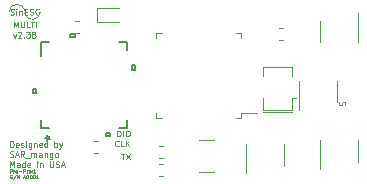
<source format=gbr>
%TF.GenerationSoftware,KiCad,Pcbnew,(5.1.6)-1*%
%TF.CreationDate,2020-10-08T19:10:47-07:00*%
%TF.ProjectId,SinESC-Multi-2.3B,53696e45-5343-42d4-9d75-6c74692d322e,2.3B*%
%TF.SameCoordinates,Original*%
%TF.FileFunction,Legend,Top*%
%TF.FilePolarity,Positive*%
%FSLAX46Y46*%
G04 Gerber Fmt 4.6, Leading zero omitted, Abs format (unit mm)*
G04 Created by KiCad (PCBNEW (5.1.6)-1) date 2020-10-08 19:10:47*
%MOMM*%
%LPD*%
G01*
G04 APERTURE LIST*
%ADD10C,0.100000*%
%ADD11C,0.050000*%
%ADD12C,0.060000*%
%ADD13C,0.120000*%
%ADD14C,0.152400*%
%ADD15C,0.150000*%
G04 APERTURE END LIST*
D10*
X43552380Y-23689761D02*
X43576190Y-23618333D01*
X43576190Y-23499285D01*
X43552380Y-23451666D01*
X43528571Y-23427857D01*
X43480952Y-23404047D01*
X43433333Y-23404047D01*
X43385714Y-23427857D01*
X43361904Y-23451666D01*
X43338095Y-23499285D01*
X43314285Y-23594523D01*
X43290476Y-23642142D01*
X43266666Y-23665952D01*
X43219047Y-23689761D01*
X43171428Y-23689761D01*
X43123809Y-23665952D01*
X43100000Y-23642142D01*
X43076190Y-23594523D01*
X43076190Y-23475476D01*
X43100000Y-23404047D01*
D11*
X15203928Y-29385714D02*
X15203928Y-29085714D01*
X15318214Y-29085714D01*
X15346785Y-29100000D01*
X15361071Y-29114285D01*
X15375357Y-29142857D01*
X15375357Y-29185714D01*
X15361071Y-29214285D01*
X15346785Y-29228571D01*
X15318214Y-29242857D01*
X15203928Y-29242857D01*
X15503928Y-29385714D02*
X15503928Y-29185714D01*
X15503928Y-29242857D02*
X15518214Y-29214285D01*
X15532500Y-29200000D01*
X15561071Y-29185714D01*
X15589642Y-29185714D01*
X15803928Y-29371428D02*
X15775357Y-29385714D01*
X15718214Y-29385714D01*
X15689642Y-29371428D01*
X15675357Y-29342857D01*
X15675357Y-29228571D01*
X15689642Y-29200000D01*
X15718214Y-29185714D01*
X15775357Y-29185714D01*
X15803928Y-29200000D01*
X15818214Y-29228571D01*
X15818214Y-29257142D01*
X15675357Y-29285714D01*
X15946785Y-29271428D02*
X16175357Y-29271428D01*
X16318214Y-29385714D02*
X16318214Y-29085714D01*
X16432500Y-29085714D01*
X16461071Y-29100000D01*
X16475357Y-29114285D01*
X16489642Y-29142857D01*
X16489642Y-29185714D01*
X16475357Y-29214285D01*
X16461071Y-29228571D01*
X16432500Y-29242857D01*
X16318214Y-29242857D01*
X16618214Y-29385714D02*
X16618214Y-29185714D01*
X16618214Y-29242857D02*
X16632500Y-29214285D01*
X16646785Y-29200000D01*
X16675357Y-29185714D01*
X16703928Y-29185714D01*
X16846785Y-29385714D02*
X16818214Y-29371428D01*
X16803928Y-29357142D01*
X16789642Y-29328571D01*
X16789642Y-29242857D01*
X16803928Y-29214285D01*
X16818214Y-29200000D01*
X16846785Y-29185714D01*
X16889642Y-29185714D01*
X16918214Y-29200000D01*
X16932500Y-29214285D01*
X16946785Y-29242857D01*
X16946785Y-29328571D01*
X16932500Y-29357142D01*
X16918214Y-29371428D01*
X16889642Y-29385714D01*
X16846785Y-29385714D01*
X17203928Y-29385714D02*
X17203928Y-29085714D01*
X17203928Y-29371428D02*
X17175357Y-29385714D01*
X17118214Y-29385714D01*
X17089642Y-29371428D01*
X17075357Y-29357142D01*
X17061071Y-29328571D01*
X17061071Y-29242857D01*
X17075357Y-29214285D01*
X17089642Y-29200000D01*
X17118214Y-29185714D01*
X17175357Y-29185714D01*
X17203928Y-29200000D01*
X17346785Y-29357142D02*
X17361071Y-29371428D01*
X17346785Y-29385714D01*
X17332500Y-29371428D01*
X17346785Y-29357142D01*
X17346785Y-29385714D01*
X15189642Y-29871428D02*
X15232500Y-29885714D01*
X15303928Y-29885714D01*
X15332500Y-29871428D01*
X15346785Y-29857142D01*
X15361071Y-29828571D01*
X15361071Y-29800000D01*
X15346785Y-29771428D01*
X15332500Y-29757142D01*
X15303928Y-29742857D01*
X15246785Y-29728571D01*
X15218214Y-29714285D01*
X15203928Y-29700000D01*
X15189642Y-29671428D01*
X15189642Y-29642857D01*
X15203928Y-29614285D01*
X15218214Y-29600000D01*
X15246785Y-29585714D01*
X15318214Y-29585714D01*
X15361071Y-29600000D01*
X15703928Y-29571428D02*
X15446785Y-29957142D01*
X15803928Y-29885714D02*
X15803928Y-29585714D01*
X15975357Y-29885714D01*
X15975357Y-29585714D01*
X16332500Y-29800000D02*
X16475357Y-29800000D01*
X16303928Y-29885714D02*
X16403928Y-29585714D01*
X16503928Y-29885714D01*
X16661071Y-29585714D02*
X16689642Y-29585714D01*
X16718214Y-29600000D01*
X16732500Y-29614285D01*
X16746785Y-29642857D01*
X16761071Y-29700000D01*
X16761071Y-29771428D01*
X16746785Y-29828571D01*
X16732500Y-29857142D01*
X16718214Y-29871428D01*
X16689642Y-29885714D01*
X16661071Y-29885714D01*
X16632500Y-29871428D01*
X16618214Y-29857142D01*
X16603928Y-29828571D01*
X16589642Y-29771428D01*
X16589642Y-29700000D01*
X16603928Y-29642857D01*
X16618214Y-29614285D01*
X16632500Y-29600000D01*
X16661071Y-29585714D01*
X16946785Y-29585714D02*
X16975357Y-29585714D01*
X17003928Y-29600000D01*
X17018214Y-29614285D01*
X17032500Y-29642857D01*
X17046785Y-29700000D01*
X17046785Y-29771428D01*
X17032500Y-29828571D01*
X17018214Y-29857142D01*
X17003928Y-29871428D01*
X16975357Y-29885714D01*
X16946785Y-29885714D01*
X16918214Y-29871428D01*
X16903928Y-29857142D01*
X16889642Y-29828571D01*
X16875357Y-29771428D01*
X16875357Y-29700000D01*
X16889642Y-29642857D01*
X16903928Y-29614285D01*
X16918214Y-29600000D01*
X16946785Y-29585714D01*
X17232500Y-29585714D02*
X17261071Y-29585714D01*
X17289642Y-29600000D01*
X17303928Y-29614285D01*
X17318214Y-29642857D01*
X17332500Y-29700000D01*
X17332500Y-29771428D01*
X17318214Y-29828571D01*
X17303928Y-29857142D01*
X17289642Y-29871428D01*
X17261071Y-29885714D01*
X17232500Y-29885714D01*
X17203928Y-29871428D01*
X17189642Y-29857142D01*
X17175357Y-29828571D01*
X17161071Y-29771428D01*
X17161071Y-29700000D01*
X17175357Y-29642857D01*
X17189642Y-29614285D01*
X17203928Y-29600000D01*
X17232500Y-29585714D01*
X17618214Y-29885714D02*
X17446785Y-29885714D01*
X17532500Y-29885714D02*
X17532500Y-29585714D01*
X17503928Y-29628571D01*
X17475357Y-29657142D01*
X17446785Y-29671428D01*
D10*
X15234047Y-27226190D02*
X15234047Y-26726190D01*
X15353095Y-26726190D01*
X15424523Y-26750000D01*
X15472142Y-26797619D01*
X15495952Y-26845238D01*
X15519761Y-26940476D01*
X15519761Y-27011904D01*
X15495952Y-27107142D01*
X15472142Y-27154761D01*
X15424523Y-27202380D01*
X15353095Y-27226190D01*
X15234047Y-27226190D01*
X15924523Y-27202380D02*
X15876904Y-27226190D01*
X15781666Y-27226190D01*
X15734047Y-27202380D01*
X15710238Y-27154761D01*
X15710238Y-26964285D01*
X15734047Y-26916666D01*
X15781666Y-26892857D01*
X15876904Y-26892857D01*
X15924523Y-26916666D01*
X15948333Y-26964285D01*
X15948333Y-27011904D01*
X15710238Y-27059523D01*
X16138809Y-27202380D02*
X16186428Y-27226190D01*
X16281666Y-27226190D01*
X16329285Y-27202380D01*
X16353095Y-27154761D01*
X16353095Y-27130952D01*
X16329285Y-27083333D01*
X16281666Y-27059523D01*
X16210238Y-27059523D01*
X16162619Y-27035714D01*
X16138809Y-26988095D01*
X16138809Y-26964285D01*
X16162619Y-26916666D01*
X16210238Y-26892857D01*
X16281666Y-26892857D01*
X16329285Y-26916666D01*
X16567380Y-27226190D02*
X16567380Y-26892857D01*
X16567380Y-26726190D02*
X16543571Y-26750000D01*
X16567380Y-26773809D01*
X16591190Y-26750000D01*
X16567380Y-26726190D01*
X16567380Y-26773809D01*
X17019761Y-26892857D02*
X17019761Y-27297619D01*
X16995952Y-27345238D01*
X16972142Y-27369047D01*
X16924523Y-27392857D01*
X16853095Y-27392857D01*
X16805476Y-27369047D01*
X17019761Y-27202380D02*
X16972142Y-27226190D01*
X16876904Y-27226190D01*
X16829285Y-27202380D01*
X16805476Y-27178571D01*
X16781666Y-27130952D01*
X16781666Y-26988095D01*
X16805476Y-26940476D01*
X16829285Y-26916666D01*
X16876904Y-26892857D01*
X16972142Y-26892857D01*
X17019761Y-26916666D01*
X17257857Y-26892857D02*
X17257857Y-27226190D01*
X17257857Y-26940476D02*
X17281666Y-26916666D01*
X17329285Y-26892857D01*
X17400714Y-26892857D01*
X17448333Y-26916666D01*
X17472142Y-26964285D01*
X17472142Y-27226190D01*
X17900714Y-27202380D02*
X17853095Y-27226190D01*
X17757857Y-27226190D01*
X17710238Y-27202380D01*
X17686428Y-27154761D01*
X17686428Y-26964285D01*
X17710238Y-26916666D01*
X17757857Y-26892857D01*
X17853095Y-26892857D01*
X17900714Y-26916666D01*
X17924523Y-26964285D01*
X17924523Y-27011904D01*
X17686428Y-27059523D01*
X18353095Y-27226190D02*
X18353095Y-26726190D01*
X18353095Y-27202380D02*
X18305476Y-27226190D01*
X18210238Y-27226190D01*
X18162619Y-27202380D01*
X18138809Y-27178571D01*
X18115000Y-27130952D01*
X18115000Y-26988095D01*
X18138809Y-26940476D01*
X18162619Y-26916666D01*
X18210238Y-26892857D01*
X18305476Y-26892857D01*
X18353095Y-26916666D01*
X18972142Y-27226190D02*
X18972142Y-26726190D01*
X18972142Y-26916666D02*
X19019761Y-26892857D01*
X19115000Y-26892857D01*
X19162619Y-26916666D01*
X19186428Y-26940476D01*
X19210238Y-26988095D01*
X19210238Y-27130952D01*
X19186428Y-27178571D01*
X19162619Y-27202380D01*
X19115000Y-27226190D01*
X19019761Y-27226190D01*
X18972142Y-27202380D01*
X19376904Y-26892857D02*
X19495952Y-27226190D01*
X19615000Y-26892857D02*
X19495952Y-27226190D01*
X19448333Y-27345238D01*
X19424523Y-27369047D01*
X19376904Y-27392857D01*
X15210238Y-28052380D02*
X15281666Y-28076190D01*
X15400714Y-28076190D01*
X15448333Y-28052380D01*
X15472142Y-28028571D01*
X15495952Y-27980952D01*
X15495952Y-27933333D01*
X15472142Y-27885714D01*
X15448333Y-27861904D01*
X15400714Y-27838095D01*
X15305476Y-27814285D01*
X15257857Y-27790476D01*
X15234047Y-27766666D01*
X15210238Y-27719047D01*
X15210238Y-27671428D01*
X15234047Y-27623809D01*
X15257857Y-27600000D01*
X15305476Y-27576190D01*
X15424523Y-27576190D01*
X15495952Y-27600000D01*
X15686428Y-27933333D02*
X15924523Y-27933333D01*
X15638809Y-28076190D02*
X15805476Y-27576190D01*
X15972142Y-28076190D01*
X16424523Y-28076190D02*
X16257857Y-27838095D01*
X16138809Y-28076190D02*
X16138809Y-27576190D01*
X16329285Y-27576190D01*
X16376904Y-27600000D01*
X16400714Y-27623809D01*
X16424523Y-27671428D01*
X16424523Y-27742857D01*
X16400714Y-27790476D01*
X16376904Y-27814285D01*
X16329285Y-27838095D01*
X16138809Y-27838095D01*
X16519761Y-28123809D02*
X16900714Y-28123809D01*
X17019761Y-28076190D02*
X17019761Y-27742857D01*
X17019761Y-27790476D02*
X17043571Y-27766666D01*
X17091190Y-27742857D01*
X17162619Y-27742857D01*
X17210238Y-27766666D01*
X17234047Y-27814285D01*
X17234047Y-28076190D01*
X17234047Y-27814285D02*
X17257857Y-27766666D01*
X17305476Y-27742857D01*
X17376904Y-27742857D01*
X17424523Y-27766666D01*
X17448333Y-27814285D01*
X17448333Y-28076190D01*
X17900714Y-28076190D02*
X17900714Y-27814285D01*
X17876904Y-27766666D01*
X17829285Y-27742857D01*
X17734047Y-27742857D01*
X17686428Y-27766666D01*
X17900714Y-28052380D02*
X17853095Y-28076190D01*
X17734047Y-28076190D01*
X17686428Y-28052380D01*
X17662619Y-28004761D01*
X17662619Y-27957142D01*
X17686428Y-27909523D01*
X17734047Y-27885714D01*
X17853095Y-27885714D01*
X17900714Y-27861904D01*
X18138809Y-27742857D02*
X18138809Y-28076190D01*
X18138809Y-27790476D02*
X18162619Y-27766666D01*
X18210238Y-27742857D01*
X18281666Y-27742857D01*
X18329285Y-27766666D01*
X18353095Y-27814285D01*
X18353095Y-28076190D01*
X18805476Y-27742857D02*
X18805476Y-28147619D01*
X18781666Y-28195238D01*
X18757857Y-28219047D01*
X18710238Y-28242857D01*
X18638809Y-28242857D01*
X18591190Y-28219047D01*
X18805476Y-28052380D02*
X18757857Y-28076190D01*
X18662619Y-28076190D01*
X18615000Y-28052380D01*
X18591190Y-28028571D01*
X18567380Y-27980952D01*
X18567380Y-27838095D01*
X18591190Y-27790476D01*
X18615000Y-27766666D01*
X18662619Y-27742857D01*
X18757857Y-27742857D01*
X18805476Y-27766666D01*
X19115000Y-28076190D02*
X19067380Y-28052380D01*
X19043571Y-28028571D01*
X19019761Y-27980952D01*
X19019761Y-27838095D01*
X19043571Y-27790476D01*
X19067380Y-27766666D01*
X19115000Y-27742857D01*
X19186428Y-27742857D01*
X19234047Y-27766666D01*
X19257857Y-27790476D01*
X19281666Y-27838095D01*
X19281666Y-27980952D01*
X19257857Y-28028571D01*
X19234047Y-28052380D01*
X19186428Y-28076190D01*
X19115000Y-28076190D01*
X15234047Y-28926190D02*
X15234047Y-28426190D01*
X15400714Y-28783333D01*
X15567380Y-28426190D01*
X15567380Y-28926190D01*
X16019761Y-28926190D02*
X16019761Y-28664285D01*
X15995952Y-28616666D01*
X15948333Y-28592857D01*
X15853095Y-28592857D01*
X15805476Y-28616666D01*
X16019761Y-28902380D02*
X15972142Y-28926190D01*
X15853095Y-28926190D01*
X15805476Y-28902380D01*
X15781666Y-28854761D01*
X15781666Y-28807142D01*
X15805476Y-28759523D01*
X15853095Y-28735714D01*
X15972142Y-28735714D01*
X16019761Y-28711904D01*
X16472142Y-28926190D02*
X16472142Y-28426190D01*
X16472142Y-28902380D02*
X16424523Y-28926190D01*
X16329285Y-28926190D01*
X16281666Y-28902380D01*
X16257857Y-28878571D01*
X16234047Y-28830952D01*
X16234047Y-28688095D01*
X16257857Y-28640476D01*
X16281666Y-28616666D01*
X16329285Y-28592857D01*
X16424523Y-28592857D01*
X16472142Y-28616666D01*
X16900714Y-28902380D02*
X16853095Y-28926190D01*
X16757857Y-28926190D01*
X16710238Y-28902380D01*
X16686428Y-28854761D01*
X16686428Y-28664285D01*
X16710238Y-28616666D01*
X16757857Y-28592857D01*
X16853095Y-28592857D01*
X16900714Y-28616666D01*
X16924523Y-28664285D01*
X16924523Y-28711904D01*
X16686428Y-28759523D01*
X17519761Y-28926190D02*
X17519761Y-28592857D01*
X17519761Y-28426190D02*
X17495952Y-28450000D01*
X17519761Y-28473809D01*
X17543571Y-28450000D01*
X17519761Y-28426190D01*
X17519761Y-28473809D01*
X17757857Y-28592857D02*
X17757857Y-28926190D01*
X17757857Y-28640476D02*
X17781666Y-28616666D01*
X17829285Y-28592857D01*
X17900714Y-28592857D01*
X17948333Y-28616666D01*
X17972142Y-28664285D01*
X17972142Y-28926190D01*
X18591190Y-28426190D02*
X18591190Y-28830952D01*
X18615000Y-28878571D01*
X18638809Y-28902380D01*
X18686428Y-28926190D01*
X18781666Y-28926190D01*
X18829285Y-28902380D01*
X18853095Y-28878571D01*
X18876904Y-28830952D01*
X18876904Y-28426190D01*
X19091190Y-28902380D02*
X19162619Y-28926190D01*
X19281666Y-28926190D01*
X19329285Y-28902380D01*
X19353095Y-28878571D01*
X19376904Y-28830952D01*
X19376904Y-28783333D01*
X19353095Y-28735714D01*
X19329285Y-28711904D01*
X19281666Y-28688095D01*
X19186428Y-28664285D01*
X19138809Y-28640476D01*
X19115000Y-28616666D01*
X19091190Y-28569047D01*
X19091190Y-28521428D01*
X19115000Y-28473809D01*
X19138809Y-28450000D01*
X19186428Y-28426190D01*
X19305476Y-28426190D01*
X19376904Y-28450000D01*
X19567380Y-28783333D02*
X19805476Y-28783333D01*
X19519761Y-28926190D02*
X19686428Y-28426190D01*
X19853095Y-28926190D01*
X24612619Y-27776190D02*
X24898333Y-27776190D01*
X24755476Y-28276190D02*
X24755476Y-27776190D01*
X25017380Y-27776190D02*
X25350714Y-28276190D01*
X25350714Y-27776190D02*
X25017380Y-28276190D01*
X24419761Y-27128571D02*
X24395952Y-27152380D01*
X24324523Y-27176190D01*
X24276904Y-27176190D01*
X24205476Y-27152380D01*
X24157857Y-27104761D01*
X24134047Y-27057142D01*
X24110238Y-26961904D01*
X24110238Y-26890476D01*
X24134047Y-26795238D01*
X24157857Y-26747619D01*
X24205476Y-26700000D01*
X24276904Y-26676190D01*
X24324523Y-26676190D01*
X24395952Y-26700000D01*
X24419761Y-26723809D01*
X24872142Y-27176190D02*
X24634047Y-27176190D01*
X24634047Y-26676190D01*
X25038809Y-27176190D02*
X25038809Y-26676190D01*
X25324523Y-27176190D02*
X25110238Y-26890476D01*
X25324523Y-26676190D02*
X25038809Y-26961904D01*
X24284047Y-26326190D02*
X24284047Y-25826190D01*
X24403095Y-25826190D01*
X24474523Y-25850000D01*
X24522142Y-25897619D01*
X24545952Y-25945238D01*
X24569761Y-26040476D01*
X24569761Y-26111904D01*
X24545952Y-26207142D01*
X24522142Y-26254761D01*
X24474523Y-26302380D01*
X24403095Y-26326190D01*
X24284047Y-26326190D01*
X24784047Y-26326190D02*
X24784047Y-25826190D01*
X25117380Y-25826190D02*
X25212619Y-25826190D01*
X25260238Y-25850000D01*
X25307857Y-25897619D01*
X25331666Y-25992857D01*
X25331666Y-26159523D01*
X25307857Y-26254761D01*
X25260238Y-26302380D01*
X25212619Y-26326190D01*
X25117380Y-26326190D01*
X25069761Y-26302380D01*
X25022142Y-26254761D01*
X24998333Y-26159523D01*
X24998333Y-25992857D01*
X25022142Y-25897619D01*
X25069761Y-25850000D01*
X25117380Y-25826190D01*
D12*
X17765111Y-15801241D02*
G75*
G02*
X16450001Y-15899999I-665111J51241D01*
G01*
X15134890Y-15748758D02*
G75*
G02*
X16450000Y-15650000I665111J-51241D01*
G01*
D10*
X15534047Y-17101190D02*
X15534047Y-16601190D01*
X15700714Y-16958333D01*
X15867380Y-16601190D01*
X15867380Y-17101190D01*
X16105476Y-16601190D02*
X16105476Y-17005952D01*
X16129285Y-17053571D01*
X16153095Y-17077380D01*
X16200714Y-17101190D01*
X16295952Y-17101190D01*
X16343571Y-17077380D01*
X16367380Y-17053571D01*
X16391190Y-17005952D01*
X16391190Y-16601190D01*
X16867380Y-17101190D02*
X16629285Y-17101190D01*
X16629285Y-16601190D01*
X16962619Y-16601190D02*
X17248333Y-16601190D01*
X17105476Y-17101190D02*
X17105476Y-16601190D01*
X17415000Y-17101190D02*
X17415000Y-16601190D01*
X15486428Y-17617857D02*
X15605476Y-17951190D01*
X15724523Y-17617857D01*
X15891190Y-17498809D02*
X15915000Y-17475000D01*
X15962619Y-17451190D01*
X16081666Y-17451190D01*
X16129285Y-17475000D01*
X16153095Y-17498809D01*
X16176904Y-17546428D01*
X16176904Y-17594047D01*
X16153095Y-17665476D01*
X15867380Y-17951190D01*
X16176904Y-17951190D01*
X16391190Y-17903571D02*
X16415000Y-17927380D01*
X16391190Y-17951190D01*
X16367380Y-17927380D01*
X16391190Y-17903571D01*
X16391190Y-17951190D01*
X16581666Y-17451190D02*
X16891190Y-17451190D01*
X16724523Y-17641666D01*
X16795952Y-17641666D01*
X16843571Y-17665476D01*
X16867380Y-17689285D01*
X16891190Y-17736904D01*
X16891190Y-17855952D01*
X16867380Y-17903571D01*
X16843571Y-17927380D01*
X16795952Y-17951190D01*
X16653095Y-17951190D01*
X16605476Y-17927380D01*
X16581666Y-17903571D01*
X17272142Y-17689285D02*
X17343571Y-17713095D01*
X17367380Y-17736904D01*
X17391190Y-17784523D01*
X17391190Y-17855952D01*
X17367380Y-17903571D01*
X17343571Y-17927380D01*
X17295952Y-17951190D01*
X17105476Y-17951190D01*
X17105476Y-17451190D01*
X17272142Y-17451190D01*
X17319761Y-17475000D01*
X17343571Y-17498809D01*
X17367380Y-17546428D01*
X17367380Y-17594047D01*
X17343571Y-17641666D01*
X17319761Y-17665476D01*
X17272142Y-17689285D01*
X17105476Y-17689285D01*
X15260238Y-16002380D02*
X15331666Y-16026190D01*
X15450714Y-16026190D01*
X15498333Y-16002380D01*
X15522142Y-15978571D01*
X15545952Y-15930952D01*
X15545952Y-15883333D01*
X15522142Y-15835714D01*
X15498333Y-15811904D01*
X15450714Y-15788095D01*
X15355476Y-15764285D01*
X15307857Y-15740476D01*
X15284047Y-15716666D01*
X15260238Y-15669047D01*
X15260238Y-15621428D01*
X15284047Y-15573809D01*
X15307857Y-15550000D01*
X15355476Y-15526190D01*
X15474523Y-15526190D01*
X15545952Y-15550000D01*
X15760238Y-16026190D02*
X15760238Y-15692857D01*
X15760238Y-15526190D02*
X15736428Y-15550000D01*
X15760238Y-15573809D01*
X15784047Y-15550000D01*
X15760238Y-15526190D01*
X15760238Y-15573809D01*
X15998333Y-15692857D02*
X15998333Y-16026190D01*
X15998333Y-15740476D02*
X16022142Y-15716666D01*
X16069761Y-15692857D01*
X16141190Y-15692857D01*
X16188809Y-15716666D01*
X16212619Y-15764285D01*
X16212619Y-16026190D01*
X16450714Y-15764285D02*
X16617380Y-15764285D01*
X16688809Y-16026190D02*
X16450714Y-16026190D01*
X16450714Y-15526190D01*
X16688809Y-15526190D01*
X16879285Y-16002380D02*
X16950714Y-16026190D01*
X17069761Y-16026190D01*
X17117380Y-16002380D01*
X17141190Y-15978571D01*
X17165000Y-15930952D01*
X17165000Y-15883333D01*
X17141190Y-15835714D01*
X17117380Y-15811904D01*
X17069761Y-15788095D01*
X16974523Y-15764285D01*
X16926904Y-15740476D01*
X16903095Y-15716666D01*
X16879285Y-15669047D01*
X16879285Y-15621428D01*
X16903095Y-15573809D01*
X16926904Y-15550000D01*
X16974523Y-15526190D01*
X17093571Y-15526190D01*
X17165000Y-15550000D01*
X17665000Y-15978571D02*
X17641190Y-16002380D01*
X17569761Y-16026190D01*
X17522142Y-16026190D01*
X17450714Y-16002380D01*
X17403095Y-15954761D01*
X17379285Y-15907142D01*
X17355476Y-15811904D01*
X17355476Y-15740476D01*
X17379285Y-15645238D01*
X17403095Y-15597619D01*
X17450714Y-15550000D01*
X17522142Y-15526190D01*
X17569761Y-15526190D01*
X17641190Y-15550000D01*
X17665000Y-15573809D01*
D13*
%TO.C,L1*%
X32452064Y-26640000D02*
X31247936Y-26640000D01*
X32452064Y-29360000D02*
X31247936Y-29360000D01*
%TO.C,U1*%
X34810000Y-24347500D02*
X36100000Y-24347500D01*
X34810000Y-24797500D02*
X34810000Y-24347500D01*
X34360000Y-24797500D02*
X34810000Y-24797500D01*
X27590000Y-24797500D02*
X27590000Y-24347500D01*
X28040000Y-24797500D02*
X27590000Y-24797500D01*
X34810000Y-17577500D02*
X34810000Y-18027500D01*
X34360000Y-17577500D02*
X34810000Y-17577500D01*
X27590000Y-17577500D02*
X27590000Y-18027500D01*
X28040000Y-17577500D02*
X27590000Y-17577500D01*
%TO.C,C21*%
X21062779Y-16540000D02*
X20737221Y-16540000D01*
X21062779Y-17560000D02*
X20737221Y-17560000D01*
%TO.C,C22*%
X22337221Y-27710000D02*
X22662779Y-27710000D01*
X22337221Y-26690000D02*
X22662779Y-26690000D01*
%TO.C,C13*%
X37987221Y-18160000D02*
X38312779Y-18160000D01*
X37987221Y-17140000D02*
X38312779Y-17140000D01*
%TO.C,D1*%
X24400000Y-16650000D02*
X22550000Y-16650000D01*
X24400000Y-15450000D02*
X22550000Y-15450000D01*
X22550000Y-15450000D02*
X22550000Y-16650000D01*
%TO.C,U2*%
X44685000Y-18350000D02*
X44685000Y-15900000D01*
X41465000Y-16550000D02*
X41465000Y-18350000D01*
%TO.C,U3*%
X39690000Y-21600000D02*
X39690000Y-24050000D01*
X42910000Y-23400000D02*
X42910000Y-21600000D01*
D14*
%TO.C,U4*%
X17440801Y-22309499D02*
X17440801Y-22690499D01*
X17186801Y-22309499D02*
X17440801Y-22309499D01*
X17186801Y-22690499D02*
X17186801Y-22309499D01*
X17440801Y-22690499D02*
X17186801Y-22690499D01*
X20309499Y-17940801D02*
X20309499Y-17686801D01*
X20690499Y-17940801D02*
X20309499Y-17940801D01*
X20690499Y-17686801D02*
X20690499Y-17940801D01*
X20309499Y-17686801D02*
X20690499Y-17686801D01*
X25559199Y-20309500D02*
X25559199Y-20690500D01*
X25813199Y-20309500D02*
X25559199Y-20309500D01*
X25813199Y-20690500D02*
X25813199Y-20309500D01*
X25559199Y-20690500D02*
X25813199Y-20690500D01*
X23309501Y-26059199D02*
X23309501Y-26313199D01*
X23690501Y-26059199D02*
X23309501Y-26059199D01*
X23690501Y-26313199D02*
X23690501Y-26059199D01*
X23309501Y-26313199D02*
X23690501Y-26313199D01*
X17867800Y-24959740D02*
X17867800Y-25632200D01*
X18540260Y-18367800D02*
X17867800Y-18367800D01*
X25132200Y-19040260D02*
X25132200Y-18367800D01*
X24459740Y-25632200D02*
X25132200Y-25632200D01*
X17867800Y-25632200D02*
X18540260Y-25632200D01*
X17867800Y-18367800D02*
X17867800Y-19540259D01*
X25132200Y-18367800D02*
X24459740Y-18367800D01*
X25132200Y-25632200D02*
X25132200Y-24959740D01*
D13*
%TO.C,U5*%
X41465000Y-26650000D02*
X41465000Y-29100000D01*
X44685000Y-28450000D02*
X44685000Y-26650000D01*
%TO.C,Y1*%
X38650000Y-24250000D02*
X39050000Y-24250000D01*
X38650000Y-24050000D02*
X39050000Y-24050000D01*
X38650000Y-20450000D02*
X39050000Y-20450000D01*
X36650000Y-24250000D02*
X38650000Y-24250000D01*
X39050000Y-23050000D02*
X39450000Y-23050000D01*
X39050000Y-23050000D02*
X39050000Y-24050000D01*
X38650000Y-24050000D02*
X36650000Y-24050000D01*
X36650000Y-24050000D02*
X36650000Y-23050000D01*
X36650000Y-21250000D02*
X36650000Y-20450000D01*
X36650000Y-20450000D02*
X38650000Y-20450000D01*
X39050000Y-20450000D02*
X39050000Y-21250000D01*
%TO.C,C34*%
X27837221Y-29710000D02*
X28162779Y-29710000D01*
X27837221Y-28690000D02*
X28162779Y-28690000D01*
%TO.C,C35*%
X27837221Y-28160000D02*
X28162779Y-28160000D01*
X27837221Y-27140000D02*
X28162779Y-27140000D01*
%TO.C,U6*%
X35190000Y-27000000D02*
X35190000Y-29450000D01*
X38410000Y-28800000D02*
X38410000Y-27000000D01*
%TO.C,U4*%
D15*
X18202380Y-26440200D02*
X18440476Y-26440200D01*
X18345238Y-26678295D02*
X18440476Y-26440200D01*
X18345238Y-26202104D01*
X18630952Y-26583057D02*
X18440476Y-26440200D01*
X18630952Y-26297342D01*
X18202380Y-26440200D02*
X18440476Y-26440200D01*
X18345238Y-26678295D02*
X18440476Y-26440200D01*
X18345238Y-26202104D01*
X18630952Y-26583057D02*
X18440476Y-26440200D01*
X18630952Y-26297342D01*
X18202380Y-26440200D02*
X18440476Y-26440200D01*
X18345238Y-26678295D02*
X18440476Y-26440200D01*
X18345238Y-26202104D01*
X18630952Y-26583057D02*
X18440476Y-26440200D01*
X18630952Y-26297342D01*
%TD*%
M02*

</source>
